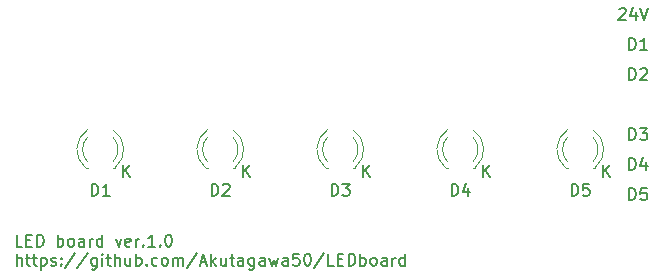
<source format=gbr>
%TF.GenerationSoftware,KiCad,Pcbnew,7.0.9*%
%TF.CreationDate,2024-08-10T11:55:06+09:00*%
%TF.ProjectId,LEDboard,4c454462-6f61-4726-942e-6b696361645f,rev?*%
%TF.SameCoordinates,Original*%
%TF.FileFunction,Legend,Top*%
%TF.FilePolarity,Positive*%
%FSLAX46Y46*%
G04 Gerber Fmt 4.6, Leading zero omitted, Abs format (unit mm)*
G04 Created by KiCad (PCBNEW 7.0.9) date 2024-08-10 11:55:06*
%MOMM*%
%LPD*%
G01*
G04 APERTURE LIST*
%ADD10C,0.150000*%
%ADD11C,0.120000*%
G04 APERTURE END LIST*
D10*
X159976779Y-103869819D02*
X159976779Y-102869819D01*
X160548207Y-103869819D02*
X160119636Y-103298390D01*
X160548207Y-102869819D02*
X159976779Y-103441247D01*
X149816779Y-103869819D02*
X149816779Y-102869819D01*
X150388207Y-103869819D02*
X149959636Y-103298390D01*
X150388207Y-102869819D02*
X149816779Y-103441247D01*
X139656779Y-103869819D02*
X139656779Y-102869819D01*
X140228207Y-103869819D02*
X139799636Y-103298390D01*
X140228207Y-102869819D02*
X139656779Y-103441247D01*
X129496779Y-103869819D02*
X129496779Y-102869819D01*
X130068207Y-103869819D02*
X129639636Y-103298390D01*
X130068207Y-102869819D02*
X129496779Y-103441247D01*
X119336779Y-103869819D02*
X119336779Y-102869819D01*
X119908207Y-103869819D02*
X119479636Y-103298390D01*
X119908207Y-102869819D02*
X119336779Y-103441247D01*
X162187030Y-105804819D02*
X162187030Y-104804819D01*
X162187030Y-104804819D02*
X162425125Y-104804819D01*
X162425125Y-104804819D02*
X162567982Y-104852438D01*
X162567982Y-104852438D02*
X162663220Y-104947676D01*
X162663220Y-104947676D02*
X162710839Y-105042914D01*
X162710839Y-105042914D02*
X162758458Y-105233390D01*
X162758458Y-105233390D02*
X162758458Y-105376247D01*
X162758458Y-105376247D02*
X162710839Y-105566723D01*
X162710839Y-105566723D02*
X162663220Y-105661961D01*
X162663220Y-105661961D02*
X162567982Y-105757200D01*
X162567982Y-105757200D02*
X162425125Y-105804819D01*
X162425125Y-105804819D02*
X162187030Y-105804819D01*
X163663220Y-104804819D02*
X163187030Y-104804819D01*
X163187030Y-104804819D02*
X163139411Y-105281009D01*
X163139411Y-105281009D02*
X163187030Y-105233390D01*
X163187030Y-105233390D02*
X163282268Y-105185771D01*
X163282268Y-105185771D02*
X163520363Y-105185771D01*
X163520363Y-105185771D02*
X163615601Y-105233390D01*
X163615601Y-105233390D02*
X163663220Y-105281009D01*
X163663220Y-105281009D02*
X163710839Y-105376247D01*
X163710839Y-105376247D02*
X163710839Y-105614342D01*
X163710839Y-105614342D02*
X163663220Y-105709580D01*
X163663220Y-105709580D02*
X163615601Y-105757200D01*
X163615601Y-105757200D02*
X163520363Y-105804819D01*
X163520363Y-105804819D02*
X163282268Y-105804819D01*
X163282268Y-105804819D02*
X163187030Y-105757200D01*
X163187030Y-105757200D02*
X163139411Y-105709580D01*
X162187030Y-103264819D02*
X162187030Y-102264819D01*
X162187030Y-102264819D02*
X162425125Y-102264819D01*
X162425125Y-102264819D02*
X162567982Y-102312438D01*
X162567982Y-102312438D02*
X162663220Y-102407676D01*
X162663220Y-102407676D02*
X162710839Y-102502914D01*
X162710839Y-102502914D02*
X162758458Y-102693390D01*
X162758458Y-102693390D02*
X162758458Y-102836247D01*
X162758458Y-102836247D02*
X162710839Y-103026723D01*
X162710839Y-103026723D02*
X162663220Y-103121961D01*
X162663220Y-103121961D02*
X162567982Y-103217200D01*
X162567982Y-103217200D02*
X162425125Y-103264819D01*
X162425125Y-103264819D02*
X162187030Y-103264819D01*
X163615601Y-102598152D02*
X163615601Y-103264819D01*
X163377506Y-102217200D02*
X163139411Y-102931485D01*
X163139411Y-102931485D02*
X163758458Y-102931485D01*
X162187030Y-100724819D02*
X162187030Y-99724819D01*
X162187030Y-99724819D02*
X162425125Y-99724819D01*
X162425125Y-99724819D02*
X162567982Y-99772438D01*
X162567982Y-99772438D02*
X162663220Y-99867676D01*
X162663220Y-99867676D02*
X162710839Y-99962914D01*
X162710839Y-99962914D02*
X162758458Y-100153390D01*
X162758458Y-100153390D02*
X162758458Y-100296247D01*
X162758458Y-100296247D02*
X162710839Y-100486723D01*
X162710839Y-100486723D02*
X162663220Y-100581961D01*
X162663220Y-100581961D02*
X162567982Y-100677200D01*
X162567982Y-100677200D02*
X162425125Y-100724819D01*
X162425125Y-100724819D02*
X162187030Y-100724819D01*
X163091792Y-99724819D02*
X163710839Y-99724819D01*
X163710839Y-99724819D02*
X163377506Y-100105771D01*
X163377506Y-100105771D02*
X163520363Y-100105771D01*
X163520363Y-100105771D02*
X163615601Y-100153390D01*
X163615601Y-100153390D02*
X163663220Y-100201009D01*
X163663220Y-100201009D02*
X163710839Y-100296247D01*
X163710839Y-100296247D02*
X163710839Y-100534342D01*
X163710839Y-100534342D02*
X163663220Y-100629580D01*
X163663220Y-100629580D02*
X163615601Y-100677200D01*
X163615601Y-100677200D02*
X163520363Y-100724819D01*
X163520363Y-100724819D02*
X163234649Y-100724819D01*
X163234649Y-100724819D02*
X163139411Y-100677200D01*
X163139411Y-100677200D02*
X163091792Y-100629580D01*
X162187030Y-95644819D02*
X162187030Y-94644819D01*
X162187030Y-94644819D02*
X162425125Y-94644819D01*
X162425125Y-94644819D02*
X162567982Y-94692438D01*
X162567982Y-94692438D02*
X162663220Y-94787676D01*
X162663220Y-94787676D02*
X162710839Y-94882914D01*
X162710839Y-94882914D02*
X162758458Y-95073390D01*
X162758458Y-95073390D02*
X162758458Y-95216247D01*
X162758458Y-95216247D02*
X162710839Y-95406723D01*
X162710839Y-95406723D02*
X162663220Y-95501961D01*
X162663220Y-95501961D02*
X162567982Y-95597200D01*
X162567982Y-95597200D02*
X162425125Y-95644819D01*
X162425125Y-95644819D02*
X162187030Y-95644819D01*
X163139411Y-94740057D02*
X163187030Y-94692438D01*
X163187030Y-94692438D02*
X163282268Y-94644819D01*
X163282268Y-94644819D02*
X163520363Y-94644819D01*
X163520363Y-94644819D02*
X163615601Y-94692438D01*
X163615601Y-94692438D02*
X163663220Y-94740057D01*
X163663220Y-94740057D02*
X163710839Y-94835295D01*
X163710839Y-94835295D02*
X163710839Y-94930533D01*
X163710839Y-94930533D02*
X163663220Y-95073390D01*
X163663220Y-95073390D02*
X163091792Y-95644819D01*
X163091792Y-95644819D02*
X163710839Y-95644819D01*
X162187030Y-93104819D02*
X162187030Y-92104819D01*
X162187030Y-92104819D02*
X162425125Y-92104819D01*
X162425125Y-92104819D02*
X162567982Y-92152438D01*
X162567982Y-92152438D02*
X162663220Y-92247676D01*
X162663220Y-92247676D02*
X162710839Y-92342914D01*
X162710839Y-92342914D02*
X162758458Y-92533390D01*
X162758458Y-92533390D02*
X162758458Y-92676247D01*
X162758458Y-92676247D02*
X162710839Y-92866723D01*
X162710839Y-92866723D02*
X162663220Y-92961961D01*
X162663220Y-92961961D02*
X162567982Y-93057200D01*
X162567982Y-93057200D02*
X162425125Y-93104819D01*
X162425125Y-93104819D02*
X162187030Y-93104819D01*
X163710839Y-93104819D02*
X163139411Y-93104819D01*
X163425125Y-93104819D02*
X163425125Y-92104819D01*
X163425125Y-92104819D02*
X163329887Y-92247676D01*
X163329887Y-92247676D02*
X163234649Y-92342914D01*
X163234649Y-92342914D02*
X163139411Y-92390533D01*
X161329887Y-89660057D02*
X161377506Y-89612438D01*
X161377506Y-89612438D02*
X161472744Y-89564819D01*
X161472744Y-89564819D02*
X161710839Y-89564819D01*
X161710839Y-89564819D02*
X161806077Y-89612438D01*
X161806077Y-89612438D02*
X161853696Y-89660057D01*
X161853696Y-89660057D02*
X161901315Y-89755295D01*
X161901315Y-89755295D02*
X161901315Y-89850533D01*
X161901315Y-89850533D02*
X161853696Y-89993390D01*
X161853696Y-89993390D02*
X161282268Y-90564819D01*
X161282268Y-90564819D02*
X161901315Y-90564819D01*
X162758458Y-89898152D02*
X162758458Y-90564819D01*
X162520363Y-89517200D02*
X162282268Y-90231485D01*
X162282268Y-90231485D02*
X162901315Y-90231485D01*
X163139411Y-89564819D02*
X163472744Y-90564819D01*
X163472744Y-90564819D02*
X163806077Y-89564819D01*
X110812969Y-109759819D02*
X110336779Y-109759819D01*
X110336779Y-109759819D02*
X110336779Y-108759819D01*
X111146303Y-109236009D02*
X111479636Y-109236009D01*
X111622493Y-109759819D02*
X111146303Y-109759819D01*
X111146303Y-109759819D02*
X111146303Y-108759819D01*
X111146303Y-108759819D02*
X111622493Y-108759819D01*
X112051065Y-109759819D02*
X112051065Y-108759819D01*
X112051065Y-108759819D02*
X112289160Y-108759819D01*
X112289160Y-108759819D02*
X112432017Y-108807438D01*
X112432017Y-108807438D02*
X112527255Y-108902676D01*
X112527255Y-108902676D02*
X112574874Y-108997914D01*
X112574874Y-108997914D02*
X112622493Y-109188390D01*
X112622493Y-109188390D02*
X112622493Y-109331247D01*
X112622493Y-109331247D02*
X112574874Y-109521723D01*
X112574874Y-109521723D02*
X112527255Y-109616961D01*
X112527255Y-109616961D02*
X112432017Y-109712200D01*
X112432017Y-109712200D02*
X112289160Y-109759819D01*
X112289160Y-109759819D02*
X112051065Y-109759819D01*
X113812970Y-109759819D02*
X113812970Y-108759819D01*
X113812970Y-109140771D02*
X113908208Y-109093152D01*
X113908208Y-109093152D02*
X114098684Y-109093152D01*
X114098684Y-109093152D02*
X114193922Y-109140771D01*
X114193922Y-109140771D02*
X114241541Y-109188390D01*
X114241541Y-109188390D02*
X114289160Y-109283628D01*
X114289160Y-109283628D02*
X114289160Y-109569342D01*
X114289160Y-109569342D02*
X114241541Y-109664580D01*
X114241541Y-109664580D02*
X114193922Y-109712200D01*
X114193922Y-109712200D02*
X114098684Y-109759819D01*
X114098684Y-109759819D02*
X113908208Y-109759819D01*
X113908208Y-109759819D02*
X113812970Y-109712200D01*
X114860589Y-109759819D02*
X114765351Y-109712200D01*
X114765351Y-109712200D02*
X114717732Y-109664580D01*
X114717732Y-109664580D02*
X114670113Y-109569342D01*
X114670113Y-109569342D02*
X114670113Y-109283628D01*
X114670113Y-109283628D02*
X114717732Y-109188390D01*
X114717732Y-109188390D02*
X114765351Y-109140771D01*
X114765351Y-109140771D02*
X114860589Y-109093152D01*
X114860589Y-109093152D02*
X115003446Y-109093152D01*
X115003446Y-109093152D02*
X115098684Y-109140771D01*
X115098684Y-109140771D02*
X115146303Y-109188390D01*
X115146303Y-109188390D02*
X115193922Y-109283628D01*
X115193922Y-109283628D02*
X115193922Y-109569342D01*
X115193922Y-109569342D02*
X115146303Y-109664580D01*
X115146303Y-109664580D02*
X115098684Y-109712200D01*
X115098684Y-109712200D02*
X115003446Y-109759819D01*
X115003446Y-109759819D02*
X114860589Y-109759819D01*
X116051065Y-109759819D02*
X116051065Y-109236009D01*
X116051065Y-109236009D02*
X116003446Y-109140771D01*
X116003446Y-109140771D02*
X115908208Y-109093152D01*
X115908208Y-109093152D02*
X115717732Y-109093152D01*
X115717732Y-109093152D02*
X115622494Y-109140771D01*
X116051065Y-109712200D02*
X115955827Y-109759819D01*
X115955827Y-109759819D02*
X115717732Y-109759819D01*
X115717732Y-109759819D02*
X115622494Y-109712200D01*
X115622494Y-109712200D02*
X115574875Y-109616961D01*
X115574875Y-109616961D02*
X115574875Y-109521723D01*
X115574875Y-109521723D02*
X115622494Y-109426485D01*
X115622494Y-109426485D02*
X115717732Y-109378866D01*
X115717732Y-109378866D02*
X115955827Y-109378866D01*
X115955827Y-109378866D02*
X116051065Y-109331247D01*
X116527256Y-109759819D02*
X116527256Y-109093152D01*
X116527256Y-109283628D02*
X116574875Y-109188390D01*
X116574875Y-109188390D02*
X116622494Y-109140771D01*
X116622494Y-109140771D02*
X116717732Y-109093152D01*
X116717732Y-109093152D02*
X116812970Y-109093152D01*
X117574875Y-109759819D02*
X117574875Y-108759819D01*
X117574875Y-109712200D02*
X117479637Y-109759819D01*
X117479637Y-109759819D02*
X117289161Y-109759819D01*
X117289161Y-109759819D02*
X117193923Y-109712200D01*
X117193923Y-109712200D02*
X117146304Y-109664580D01*
X117146304Y-109664580D02*
X117098685Y-109569342D01*
X117098685Y-109569342D02*
X117098685Y-109283628D01*
X117098685Y-109283628D02*
X117146304Y-109188390D01*
X117146304Y-109188390D02*
X117193923Y-109140771D01*
X117193923Y-109140771D02*
X117289161Y-109093152D01*
X117289161Y-109093152D02*
X117479637Y-109093152D01*
X117479637Y-109093152D02*
X117574875Y-109140771D01*
X118717733Y-109093152D02*
X118955828Y-109759819D01*
X118955828Y-109759819D02*
X119193923Y-109093152D01*
X119955828Y-109712200D02*
X119860590Y-109759819D01*
X119860590Y-109759819D02*
X119670114Y-109759819D01*
X119670114Y-109759819D02*
X119574876Y-109712200D01*
X119574876Y-109712200D02*
X119527257Y-109616961D01*
X119527257Y-109616961D02*
X119527257Y-109236009D01*
X119527257Y-109236009D02*
X119574876Y-109140771D01*
X119574876Y-109140771D02*
X119670114Y-109093152D01*
X119670114Y-109093152D02*
X119860590Y-109093152D01*
X119860590Y-109093152D02*
X119955828Y-109140771D01*
X119955828Y-109140771D02*
X120003447Y-109236009D01*
X120003447Y-109236009D02*
X120003447Y-109331247D01*
X120003447Y-109331247D02*
X119527257Y-109426485D01*
X120432019Y-109759819D02*
X120432019Y-109093152D01*
X120432019Y-109283628D02*
X120479638Y-109188390D01*
X120479638Y-109188390D02*
X120527257Y-109140771D01*
X120527257Y-109140771D02*
X120622495Y-109093152D01*
X120622495Y-109093152D02*
X120717733Y-109093152D01*
X121051067Y-109664580D02*
X121098686Y-109712200D01*
X121098686Y-109712200D02*
X121051067Y-109759819D01*
X121051067Y-109759819D02*
X121003448Y-109712200D01*
X121003448Y-109712200D02*
X121051067Y-109664580D01*
X121051067Y-109664580D02*
X121051067Y-109759819D01*
X122051066Y-109759819D02*
X121479638Y-109759819D01*
X121765352Y-109759819D02*
X121765352Y-108759819D01*
X121765352Y-108759819D02*
X121670114Y-108902676D01*
X121670114Y-108902676D02*
X121574876Y-108997914D01*
X121574876Y-108997914D02*
X121479638Y-109045533D01*
X122479638Y-109664580D02*
X122527257Y-109712200D01*
X122527257Y-109712200D02*
X122479638Y-109759819D01*
X122479638Y-109759819D02*
X122432019Y-109712200D01*
X122432019Y-109712200D02*
X122479638Y-109664580D01*
X122479638Y-109664580D02*
X122479638Y-109759819D01*
X123146304Y-108759819D02*
X123241542Y-108759819D01*
X123241542Y-108759819D02*
X123336780Y-108807438D01*
X123336780Y-108807438D02*
X123384399Y-108855057D01*
X123384399Y-108855057D02*
X123432018Y-108950295D01*
X123432018Y-108950295D02*
X123479637Y-109140771D01*
X123479637Y-109140771D02*
X123479637Y-109378866D01*
X123479637Y-109378866D02*
X123432018Y-109569342D01*
X123432018Y-109569342D02*
X123384399Y-109664580D01*
X123384399Y-109664580D02*
X123336780Y-109712200D01*
X123336780Y-109712200D02*
X123241542Y-109759819D01*
X123241542Y-109759819D02*
X123146304Y-109759819D01*
X123146304Y-109759819D02*
X123051066Y-109712200D01*
X123051066Y-109712200D02*
X123003447Y-109664580D01*
X123003447Y-109664580D02*
X122955828Y-109569342D01*
X122955828Y-109569342D02*
X122908209Y-109378866D01*
X122908209Y-109378866D02*
X122908209Y-109140771D01*
X122908209Y-109140771D02*
X122955828Y-108950295D01*
X122955828Y-108950295D02*
X123003447Y-108855057D01*
X123003447Y-108855057D02*
X123051066Y-108807438D01*
X123051066Y-108807438D02*
X123146304Y-108759819D01*
X110336779Y-111369819D02*
X110336779Y-110369819D01*
X110765350Y-111369819D02*
X110765350Y-110846009D01*
X110765350Y-110846009D02*
X110717731Y-110750771D01*
X110717731Y-110750771D02*
X110622493Y-110703152D01*
X110622493Y-110703152D02*
X110479636Y-110703152D01*
X110479636Y-110703152D02*
X110384398Y-110750771D01*
X110384398Y-110750771D02*
X110336779Y-110798390D01*
X111098684Y-110703152D02*
X111479636Y-110703152D01*
X111241541Y-110369819D02*
X111241541Y-111226961D01*
X111241541Y-111226961D02*
X111289160Y-111322200D01*
X111289160Y-111322200D02*
X111384398Y-111369819D01*
X111384398Y-111369819D02*
X111479636Y-111369819D01*
X111670113Y-110703152D02*
X112051065Y-110703152D01*
X111812970Y-110369819D02*
X111812970Y-111226961D01*
X111812970Y-111226961D02*
X111860589Y-111322200D01*
X111860589Y-111322200D02*
X111955827Y-111369819D01*
X111955827Y-111369819D02*
X112051065Y-111369819D01*
X112384399Y-110703152D02*
X112384399Y-111703152D01*
X112384399Y-110750771D02*
X112479637Y-110703152D01*
X112479637Y-110703152D02*
X112670113Y-110703152D01*
X112670113Y-110703152D02*
X112765351Y-110750771D01*
X112765351Y-110750771D02*
X112812970Y-110798390D01*
X112812970Y-110798390D02*
X112860589Y-110893628D01*
X112860589Y-110893628D02*
X112860589Y-111179342D01*
X112860589Y-111179342D02*
X112812970Y-111274580D01*
X112812970Y-111274580D02*
X112765351Y-111322200D01*
X112765351Y-111322200D02*
X112670113Y-111369819D01*
X112670113Y-111369819D02*
X112479637Y-111369819D01*
X112479637Y-111369819D02*
X112384399Y-111322200D01*
X113241542Y-111322200D02*
X113336780Y-111369819D01*
X113336780Y-111369819D02*
X113527256Y-111369819D01*
X113527256Y-111369819D02*
X113622494Y-111322200D01*
X113622494Y-111322200D02*
X113670113Y-111226961D01*
X113670113Y-111226961D02*
X113670113Y-111179342D01*
X113670113Y-111179342D02*
X113622494Y-111084104D01*
X113622494Y-111084104D02*
X113527256Y-111036485D01*
X113527256Y-111036485D02*
X113384399Y-111036485D01*
X113384399Y-111036485D02*
X113289161Y-110988866D01*
X113289161Y-110988866D02*
X113241542Y-110893628D01*
X113241542Y-110893628D02*
X113241542Y-110846009D01*
X113241542Y-110846009D02*
X113289161Y-110750771D01*
X113289161Y-110750771D02*
X113384399Y-110703152D01*
X113384399Y-110703152D02*
X113527256Y-110703152D01*
X113527256Y-110703152D02*
X113622494Y-110750771D01*
X114098685Y-111274580D02*
X114146304Y-111322200D01*
X114146304Y-111322200D02*
X114098685Y-111369819D01*
X114098685Y-111369819D02*
X114051066Y-111322200D01*
X114051066Y-111322200D02*
X114098685Y-111274580D01*
X114098685Y-111274580D02*
X114098685Y-111369819D01*
X114098685Y-110750771D02*
X114146304Y-110798390D01*
X114146304Y-110798390D02*
X114098685Y-110846009D01*
X114098685Y-110846009D02*
X114051066Y-110798390D01*
X114051066Y-110798390D02*
X114098685Y-110750771D01*
X114098685Y-110750771D02*
X114098685Y-110846009D01*
X115289160Y-110322200D02*
X114432018Y-111607914D01*
X116336779Y-110322200D02*
X115479637Y-111607914D01*
X117098684Y-110703152D02*
X117098684Y-111512676D01*
X117098684Y-111512676D02*
X117051065Y-111607914D01*
X117051065Y-111607914D02*
X117003446Y-111655533D01*
X117003446Y-111655533D02*
X116908208Y-111703152D01*
X116908208Y-111703152D02*
X116765351Y-111703152D01*
X116765351Y-111703152D02*
X116670113Y-111655533D01*
X117098684Y-111322200D02*
X117003446Y-111369819D01*
X117003446Y-111369819D02*
X116812970Y-111369819D01*
X116812970Y-111369819D02*
X116717732Y-111322200D01*
X116717732Y-111322200D02*
X116670113Y-111274580D01*
X116670113Y-111274580D02*
X116622494Y-111179342D01*
X116622494Y-111179342D02*
X116622494Y-110893628D01*
X116622494Y-110893628D02*
X116670113Y-110798390D01*
X116670113Y-110798390D02*
X116717732Y-110750771D01*
X116717732Y-110750771D02*
X116812970Y-110703152D01*
X116812970Y-110703152D02*
X117003446Y-110703152D01*
X117003446Y-110703152D02*
X117098684Y-110750771D01*
X117574875Y-111369819D02*
X117574875Y-110703152D01*
X117574875Y-110369819D02*
X117527256Y-110417438D01*
X117527256Y-110417438D02*
X117574875Y-110465057D01*
X117574875Y-110465057D02*
X117622494Y-110417438D01*
X117622494Y-110417438D02*
X117574875Y-110369819D01*
X117574875Y-110369819D02*
X117574875Y-110465057D01*
X117908208Y-110703152D02*
X118289160Y-110703152D01*
X118051065Y-110369819D02*
X118051065Y-111226961D01*
X118051065Y-111226961D02*
X118098684Y-111322200D01*
X118098684Y-111322200D02*
X118193922Y-111369819D01*
X118193922Y-111369819D02*
X118289160Y-111369819D01*
X118622494Y-111369819D02*
X118622494Y-110369819D01*
X119051065Y-111369819D02*
X119051065Y-110846009D01*
X119051065Y-110846009D02*
X119003446Y-110750771D01*
X119003446Y-110750771D02*
X118908208Y-110703152D01*
X118908208Y-110703152D02*
X118765351Y-110703152D01*
X118765351Y-110703152D02*
X118670113Y-110750771D01*
X118670113Y-110750771D02*
X118622494Y-110798390D01*
X119955827Y-110703152D02*
X119955827Y-111369819D01*
X119527256Y-110703152D02*
X119527256Y-111226961D01*
X119527256Y-111226961D02*
X119574875Y-111322200D01*
X119574875Y-111322200D02*
X119670113Y-111369819D01*
X119670113Y-111369819D02*
X119812970Y-111369819D01*
X119812970Y-111369819D02*
X119908208Y-111322200D01*
X119908208Y-111322200D02*
X119955827Y-111274580D01*
X120432018Y-111369819D02*
X120432018Y-110369819D01*
X120432018Y-110750771D02*
X120527256Y-110703152D01*
X120527256Y-110703152D02*
X120717732Y-110703152D01*
X120717732Y-110703152D02*
X120812970Y-110750771D01*
X120812970Y-110750771D02*
X120860589Y-110798390D01*
X120860589Y-110798390D02*
X120908208Y-110893628D01*
X120908208Y-110893628D02*
X120908208Y-111179342D01*
X120908208Y-111179342D02*
X120860589Y-111274580D01*
X120860589Y-111274580D02*
X120812970Y-111322200D01*
X120812970Y-111322200D02*
X120717732Y-111369819D01*
X120717732Y-111369819D02*
X120527256Y-111369819D01*
X120527256Y-111369819D02*
X120432018Y-111322200D01*
X121336780Y-111274580D02*
X121384399Y-111322200D01*
X121384399Y-111322200D02*
X121336780Y-111369819D01*
X121336780Y-111369819D02*
X121289161Y-111322200D01*
X121289161Y-111322200D02*
X121336780Y-111274580D01*
X121336780Y-111274580D02*
X121336780Y-111369819D01*
X122241541Y-111322200D02*
X122146303Y-111369819D01*
X122146303Y-111369819D02*
X121955827Y-111369819D01*
X121955827Y-111369819D02*
X121860589Y-111322200D01*
X121860589Y-111322200D02*
X121812970Y-111274580D01*
X121812970Y-111274580D02*
X121765351Y-111179342D01*
X121765351Y-111179342D02*
X121765351Y-110893628D01*
X121765351Y-110893628D02*
X121812970Y-110798390D01*
X121812970Y-110798390D02*
X121860589Y-110750771D01*
X121860589Y-110750771D02*
X121955827Y-110703152D01*
X121955827Y-110703152D02*
X122146303Y-110703152D01*
X122146303Y-110703152D02*
X122241541Y-110750771D01*
X122812970Y-111369819D02*
X122717732Y-111322200D01*
X122717732Y-111322200D02*
X122670113Y-111274580D01*
X122670113Y-111274580D02*
X122622494Y-111179342D01*
X122622494Y-111179342D02*
X122622494Y-110893628D01*
X122622494Y-110893628D02*
X122670113Y-110798390D01*
X122670113Y-110798390D02*
X122717732Y-110750771D01*
X122717732Y-110750771D02*
X122812970Y-110703152D01*
X122812970Y-110703152D02*
X122955827Y-110703152D01*
X122955827Y-110703152D02*
X123051065Y-110750771D01*
X123051065Y-110750771D02*
X123098684Y-110798390D01*
X123098684Y-110798390D02*
X123146303Y-110893628D01*
X123146303Y-110893628D02*
X123146303Y-111179342D01*
X123146303Y-111179342D02*
X123098684Y-111274580D01*
X123098684Y-111274580D02*
X123051065Y-111322200D01*
X123051065Y-111322200D02*
X122955827Y-111369819D01*
X122955827Y-111369819D02*
X122812970Y-111369819D01*
X123574875Y-111369819D02*
X123574875Y-110703152D01*
X123574875Y-110798390D02*
X123622494Y-110750771D01*
X123622494Y-110750771D02*
X123717732Y-110703152D01*
X123717732Y-110703152D02*
X123860589Y-110703152D01*
X123860589Y-110703152D02*
X123955827Y-110750771D01*
X123955827Y-110750771D02*
X124003446Y-110846009D01*
X124003446Y-110846009D02*
X124003446Y-111369819D01*
X124003446Y-110846009D02*
X124051065Y-110750771D01*
X124051065Y-110750771D02*
X124146303Y-110703152D01*
X124146303Y-110703152D02*
X124289160Y-110703152D01*
X124289160Y-110703152D02*
X124384399Y-110750771D01*
X124384399Y-110750771D02*
X124432018Y-110846009D01*
X124432018Y-110846009D02*
X124432018Y-111369819D01*
X125622493Y-110322200D02*
X124765351Y-111607914D01*
X125908208Y-111084104D02*
X126384398Y-111084104D01*
X125812970Y-111369819D02*
X126146303Y-110369819D01*
X126146303Y-110369819D02*
X126479636Y-111369819D01*
X126812970Y-111369819D02*
X126812970Y-110369819D01*
X126908208Y-110988866D02*
X127193922Y-111369819D01*
X127193922Y-110703152D02*
X126812970Y-111084104D01*
X128051065Y-110703152D02*
X128051065Y-111369819D01*
X127622494Y-110703152D02*
X127622494Y-111226961D01*
X127622494Y-111226961D02*
X127670113Y-111322200D01*
X127670113Y-111322200D02*
X127765351Y-111369819D01*
X127765351Y-111369819D02*
X127908208Y-111369819D01*
X127908208Y-111369819D02*
X128003446Y-111322200D01*
X128003446Y-111322200D02*
X128051065Y-111274580D01*
X128384399Y-110703152D02*
X128765351Y-110703152D01*
X128527256Y-110369819D02*
X128527256Y-111226961D01*
X128527256Y-111226961D02*
X128574875Y-111322200D01*
X128574875Y-111322200D02*
X128670113Y-111369819D01*
X128670113Y-111369819D02*
X128765351Y-111369819D01*
X129527256Y-111369819D02*
X129527256Y-110846009D01*
X129527256Y-110846009D02*
X129479637Y-110750771D01*
X129479637Y-110750771D02*
X129384399Y-110703152D01*
X129384399Y-110703152D02*
X129193923Y-110703152D01*
X129193923Y-110703152D02*
X129098685Y-110750771D01*
X129527256Y-111322200D02*
X129432018Y-111369819D01*
X129432018Y-111369819D02*
X129193923Y-111369819D01*
X129193923Y-111369819D02*
X129098685Y-111322200D01*
X129098685Y-111322200D02*
X129051066Y-111226961D01*
X129051066Y-111226961D02*
X129051066Y-111131723D01*
X129051066Y-111131723D02*
X129098685Y-111036485D01*
X129098685Y-111036485D02*
X129193923Y-110988866D01*
X129193923Y-110988866D02*
X129432018Y-110988866D01*
X129432018Y-110988866D02*
X129527256Y-110941247D01*
X130432018Y-110703152D02*
X130432018Y-111512676D01*
X130432018Y-111512676D02*
X130384399Y-111607914D01*
X130384399Y-111607914D02*
X130336780Y-111655533D01*
X130336780Y-111655533D02*
X130241542Y-111703152D01*
X130241542Y-111703152D02*
X130098685Y-111703152D01*
X130098685Y-111703152D02*
X130003447Y-111655533D01*
X130432018Y-111322200D02*
X130336780Y-111369819D01*
X130336780Y-111369819D02*
X130146304Y-111369819D01*
X130146304Y-111369819D02*
X130051066Y-111322200D01*
X130051066Y-111322200D02*
X130003447Y-111274580D01*
X130003447Y-111274580D02*
X129955828Y-111179342D01*
X129955828Y-111179342D02*
X129955828Y-110893628D01*
X129955828Y-110893628D02*
X130003447Y-110798390D01*
X130003447Y-110798390D02*
X130051066Y-110750771D01*
X130051066Y-110750771D02*
X130146304Y-110703152D01*
X130146304Y-110703152D02*
X130336780Y-110703152D01*
X130336780Y-110703152D02*
X130432018Y-110750771D01*
X131336780Y-111369819D02*
X131336780Y-110846009D01*
X131336780Y-110846009D02*
X131289161Y-110750771D01*
X131289161Y-110750771D02*
X131193923Y-110703152D01*
X131193923Y-110703152D02*
X131003447Y-110703152D01*
X131003447Y-110703152D02*
X130908209Y-110750771D01*
X131336780Y-111322200D02*
X131241542Y-111369819D01*
X131241542Y-111369819D02*
X131003447Y-111369819D01*
X131003447Y-111369819D02*
X130908209Y-111322200D01*
X130908209Y-111322200D02*
X130860590Y-111226961D01*
X130860590Y-111226961D02*
X130860590Y-111131723D01*
X130860590Y-111131723D02*
X130908209Y-111036485D01*
X130908209Y-111036485D02*
X131003447Y-110988866D01*
X131003447Y-110988866D02*
X131241542Y-110988866D01*
X131241542Y-110988866D02*
X131336780Y-110941247D01*
X131717733Y-110703152D02*
X131908209Y-111369819D01*
X131908209Y-111369819D02*
X132098685Y-110893628D01*
X132098685Y-110893628D02*
X132289161Y-111369819D01*
X132289161Y-111369819D02*
X132479637Y-110703152D01*
X133289161Y-111369819D02*
X133289161Y-110846009D01*
X133289161Y-110846009D02*
X133241542Y-110750771D01*
X133241542Y-110750771D02*
X133146304Y-110703152D01*
X133146304Y-110703152D02*
X132955828Y-110703152D01*
X132955828Y-110703152D02*
X132860590Y-110750771D01*
X133289161Y-111322200D02*
X133193923Y-111369819D01*
X133193923Y-111369819D02*
X132955828Y-111369819D01*
X132955828Y-111369819D02*
X132860590Y-111322200D01*
X132860590Y-111322200D02*
X132812971Y-111226961D01*
X132812971Y-111226961D02*
X132812971Y-111131723D01*
X132812971Y-111131723D02*
X132860590Y-111036485D01*
X132860590Y-111036485D02*
X132955828Y-110988866D01*
X132955828Y-110988866D02*
X133193923Y-110988866D01*
X133193923Y-110988866D02*
X133289161Y-110941247D01*
X134241542Y-110369819D02*
X133765352Y-110369819D01*
X133765352Y-110369819D02*
X133717733Y-110846009D01*
X133717733Y-110846009D02*
X133765352Y-110798390D01*
X133765352Y-110798390D02*
X133860590Y-110750771D01*
X133860590Y-110750771D02*
X134098685Y-110750771D01*
X134098685Y-110750771D02*
X134193923Y-110798390D01*
X134193923Y-110798390D02*
X134241542Y-110846009D01*
X134241542Y-110846009D02*
X134289161Y-110941247D01*
X134289161Y-110941247D02*
X134289161Y-111179342D01*
X134289161Y-111179342D02*
X134241542Y-111274580D01*
X134241542Y-111274580D02*
X134193923Y-111322200D01*
X134193923Y-111322200D02*
X134098685Y-111369819D01*
X134098685Y-111369819D02*
X133860590Y-111369819D01*
X133860590Y-111369819D02*
X133765352Y-111322200D01*
X133765352Y-111322200D02*
X133717733Y-111274580D01*
X134908209Y-110369819D02*
X135003447Y-110369819D01*
X135003447Y-110369819D02*
X135098685Y-110417438D01*
X135098685Y-110417438D02*
X135146304Y-110465057D01*
X135146304Y-110465057D02*
X135193923Y-110560295D01*
X135193923Y-110560295D02*
X135241542Y-110750771D01*
X135241542Y-110750771D02*
X135241542Y-110988866D01*
X135241542Y-110988866D02*
X135193923Y-111179342D01*
X135193923Y-111179342D02*
X135146304Y-111274580D01*
X135146304Y-111274580D02*
X135098685Y-111322200D01*
X135098685Y-111322200D02*
X135003447Y-111369819D01*
X135003447Y-111369819D02*
X134908209Y-111369819D01*
X134908209Y-111369819D02*
X134812971Y-111322200D01*
X134812971Y-111322200D02*
X134765352Y-111274580D01*
X134765352Y-111274580D02*
X134717733Y-111179342D01*
X134717733Y-111179342D02*
X134670114Y-110988866D01*
X134670114Y-110988866D02*
X134670114Y-110750771D01*
X134670114Y-110750771D02*
X134717733Y-110560295D01*
X134717733Y-110560295D02*
X134765352Y-110465057D01*
X134765352Y-110465057D02*
X134812971Y-110417438D01*
X134812971Y-110417438D02*
X134908209Y-110369819D01*
X136384399Y-110322200D02*
X135527257Y-111607914D01*
X137193923Y-111369819D02*
X136717733Y-111369819D01*
X136717733Y-111369819D02*
X136717733Y-110369819D01*
X137527257Y-110846009D02*
X137860590Y-110846009D01*
X138003447Y-111369819D02*
X137527257Y-111369819D01*
X137527257Y-111369819D02*
X137527257Y-110369819D01*
X137527257Y-110369819D02*
X138003447Y-110369819D01*
X138432019Y-111369819D02*
X138432019Y-110369819D01*
X138432019Y-110369819D02*
X138670114Y-110369819D01*
X138670114Y-110369819D02*
X138812971Y-110417438D01*
X138812971Y-110417438D02*
X138908209Y-110512676D01*
X138908209Y-110512676D02*
X138955828Y-110607914D01*
X138955828Y-110607914D02*
X139003447Y-110798390D01*
X139003447Y-110798390D02*
X139003447Y-110941247D01*
X139003447Y-110941247D02*
X138955828Y-111131723D01*
X138955828Y-111131723D02*
X138908209Y-111226961D01*
X138908209Y-111226961D02*
X138812971Y-111322200D01*
X138812971Y-111322200D02*
X138670114Y-111369819D01*
X138670114Y-111369819D02*
X138432019Y-111369819D01*
X139432019Y-111369819D02*
X139432019Y-110369819D01*
X139432019Y-110750771D02*
X139527257Y-110703152D01*
X139527257Y-110703152D02*
X139717733Y-110703152D01*
X139717733Y-110703152D02*
X139812971Y-110750771D01*
X139812971Y-110750771D02*
X139860590Y-110798390D01*
X139860590Y-110798390D02*
X139908209Y-110893628D01*
X139908209Y-110893628D02*
X139908209Y-111179342D01*
X139908209Y-111179342D02*
X139860590Y-111274580D01*
X139860590Y-111274580D02*
X139812971Y-111322200D01*
X139812971Y-111322200D02*
X139717733Y-111369819D01*
X139717733Y-111369819D02*
X139527257Y-111369819D01*
X139527257Y-111369819D02*
X139432019Y-111322200D01*
X140479638Y-111369819D02*
X140384400Y-111322200D01*
X140384400Y-111322200D02*
X140336781Y-111274580D01*
X140336781Y-111274580D02*
X140289162Y-111179342D01*
X140289162Y-111179342D02*
X140289162Y-110893628D01*
X140289162Y-110893628D02*
X140336781Y-110798390D01*
X140336781Y-110798390D02*
X140384400Y-110750771D01*
X140384400Y-110750771D02*
X140479638Y-110703152D01*
X140479638Y-110703152D02*
X140622495Y-110703152D01*
X140622495Y-110703152D02*
X140717733Y-110750771D01*
X140717733Y-110750771D02*
X140765352Y-110798390D01*
X140765352Y-110798390D02*
X140812971Y-110893628D01*
X140812971Y-110893628D02*
X140812971Y-111179342D01*
X140812971Y-111179342D02*
X140765352Y-111274580D01*
X140765352Y-111274580D02*
X140717733Y-111322200D01*
X140717733Y-111322200D02*
X140622495Y-111369819D01*
X140622495Y-111369819D02*
X140479638Y-111369819D01*
X141670114Y-111369819D02*
X141670114Y-110846009D01*
X141670114Y-110846009D02*
X141622495Y-110750771D01*
X141622495Y-110750771D02*
X141527257Y-110703152D01*
X141527257Y-110703152D02*
X141336781Y-110703152D01*
X141336781Y-110703152D02*
X141241543Y-110750771D01*
X141670114Y-111322200D02*
X141574876Y-111369819D01*
X141574876Y-111369819D02*
X141336781Y-111369819D01*
X141336781Y-111369819D02*
X141241543Y-111322200D01*
X141241543Y-111322200D02*
X141193924Y-111226961D01*
X141193924Y-111226961D02*
X141193924Y-111131723D01*
X141193924Y-111131723D02*
X141241543Y-111036485D01*
X141241543Y-111036485D02*
X141336781Y-110988866D01*
X141336781Y-110988866D02*
X141574876Y-110988866D01*
X141574876Y-110988866D02*
X141670114Y-110941247D01*
X142146305Y-111369819D02*
X142146305Y-110703152D01*
X142146305Y-110893628D02*
X142193924Y-110798390D01*
X142193924Y-110798390D02*
X142241543Y-110750771D01*
X142241543Y-110750771D02*
X142336781Y-110703152D01*
X142336781Y-110703152D02*
X142432019Y-110703152D01*
X143193924Y-111369819D02*
X143193924Y-110369819D01*
X143193924Y-111322200D02*
X143098686Y-111369819D01*
X143098686Y-111369819D02*
X142908210Y-111369819D01*
X142908210Y-111369819D02*
X142812972Y-111322200D01*
X142812972Y-111322200D02*
X142765353Y-111274580D01*
X142765353Y-111274580D02*
X142717734Y-111179342D01*
X142717734Y-111179342D02*
X142717734Y-110893628D01*
X142717734Y-110893628D02*
X142765353Y-110798390D01*
X142765353Y-110798390D02*
X142812972Y-110750771D01*
X142812972Y-110750771D02*
X142908210Y-110703152D01*
X142908210Y-110703152D02*
X143098686Y-110703152D01*
X143098686Y-110703152D02*
X143193924Y-110750771D01*
X157311905Y-105454819D02*
X157311905Y-104454819D01*
X157311905Y-104454819D02*
X157550000Y-104454819D01*
X157550000Y-104454819D02*
X157692857Y-104502438D01*
X157692857Y-104502438D02*
X157788095Y-104597676D01*
X157788095Y-104597676D02*
X157835714Y-104692914D01*
X157835714Y-104692914D02*
X157883333Y-104883390D01*
X157883333Y-104883390D02*
X157883333Y-105026247D01*
X157883333Y-105026247D02*
X157835714Y-105216723D01*
X157835714Y-105216723D02*
X157788095Y-105311961D01*
X157788095Y-105311961D02*
X157692857Y-105407200D01*
X157692857Y-105407200D02*
X157550000Y-105454819D01*
X157550000Y-105454819D02*
X157311905Y-105454819D01*
X158788095Y-104454819D02*
X158311905Y-104454819D01*
X158311905Y-104454819D02*
X158264286Y-104931009D01*
X158264286Y-104931009D02*
X158311905Y-104883390D01*
X158311905Y-104883390D02*
X158407143Y-104835771D01*
X158407143Y-104835771D02*
X158645238Y-104835771D01*
X158645238Y-104835771D02*
X158740476Y-104883390D01*
X158740476Y-104883390D02*
X158788095Y-104931009D01*
X158788095Y-104931009D02*
X158835714Y-105026247D01*
X158835714Y-105026247D02*
X158835714Y-105264342D01*
X158835714Y-105264342D02*
X158788095Y-105359580D01*
X158788095Y-105359580D02*
X158740476Y-105407200D01*
X158740476Y-105407200D02*
X158645238Y-105454819D01*
X158645238Y-105454819D02*
X158407143Y-105454819D01*
X158407143Y-105454819D02*
X158311905Y-105407200D01*
X158311905Y-105407200D02*
X158264286Y-105359580D01*
X147151905Y-105454819D02*
X147151905Y-104454819D01*
X147151905Y-104454819D02*
X147390000Y-104454819D01*
X147390000Y-104454819D02*
X147532857Y-104502438D01*
X147532857Y-104502438D02*
X147628095Y-104597676D01*
X147628095Y-104597676D02*
X147675714Y-104692914D01*
X147675714Y-104692914D02*
X147723333Y-104883390D01*
X147723333Y-104883390D02*
X147723333Y-105026247D01*
X147723333Y-105026247D02*
X147675714Y-105216723D01*
X147675714Y-105216723D02*
X147628095Y-105311961D01*
X147628095Y-105311961D02*
X147532857Y-105407200D01*
X147532857Y-105407200D02*
X147390000Y-105454819D01*
X147390000Y-105454819D02*
X147151905Y-105454819D01*
X148580476Y-104788152D02*
X148580476Y-105454819D01*
X148342381Y-104407200D02*
X148104286Y-105121485D01*
X148104286Y-105121485D02*
X148723333Y-105121485D01*
X136991905Y-105454819D02*
X136991905Y-104454819D01*
X136991905Y-104454819D02*
X137230000Y-104454819D01*
X137230000Y-104454819D02*
X137372857Y-104502438D01*
X137372857Y-104502438D02*
X137468095Y-104597676D01*
X137468095Y-104597676D02*
X137515714Y-104692914D01*
X137515714Y-104692914D02*
X137563333Y-104883390D01*
X137563333Y-104883390D02*
X137563333Y-105026247D01*
X137563333Y-105026247D02*
X137515714Y-105216723D01*
X137515714Y-105216723D02*
X137468095Y-105311961D01*
X137468095Y-105311961D02*
X137372857Y-105407200D01*
X137372857Y-105407200D02*
X137230000Y-105454819D01*
X137230000Y-105454819D02*
X136991905Y-105454819D01*
X137896667Y-104454819D02*
X138515714Y-104454819D01*
X138515714Y-104454819D02*
X138182381Y-104835771D01*
X138182381Y-104835771D02*
X138325238Y-104835771D01*
X138325238Y-104835771D02*
X138420476Y-104883390D01*
X138420476Y-104883390D02*
X138468095Y-104931009D01*
X138468095Y-104931009D02*
X138515714Y-105026247D01*
X138515714Y-105026247D02*
X138515714Y-105264342D01*
X138515714Y-105264342D02*
X138468095Y-105359580D01*
X138468095Y-105359580D02*
X138420476Y-105407200D01*
X138420476Y-105407200D02*
X138325238Y-105454819D01*
X138325238Y-105454819D02*
X138039524Y-105454819D01*
X138039524Y-105454819D02*
X137944286Y-105407200D01*
X137944286Y-105407200D02*
X137896667Y-105359580D01*
X126831905Y-105454819D02*
X126831905Y-104454819D01*
X126831905Y-104454819D02*
X127070000Y-104454819D01*
X127070000Y-104454819D02*
X127212857Y-104502438D01*
X127212857Y-104502438D02*
X127308095Y-104597676D01*
X127308095Y-104597676D02*
X127355714Y-104692914D01*
X127355714Y-104692914D02*
X127403333Y-104883390D01*
X127403333Y-104883390D02*
X127403333Y-105026247D01*
X127403333Y-105026247D02*
X127355714Y-105216723D01*
X127355714Y-105216723D02*
X127308095Y-105311961D01*
X127308095Y-105311961D02*
X127212857Y-105407200D01*
X127212857Y-105407200D02*
X127070000Y-105454819D01*
X127070000Y-105454819D02*
X126831905Y-105454819D01*
X127784286Y-104550057D02*
X127831905Y-104502438D01*
X127831905Y-104502438D02*
X127927143Y-104454819D01*
X127927143Y-104454819D02*
X128165238Y-104454819D01*
X128165238Y-104454819D02*
X128260476Y-104502438D01*
X128260476Y-104502438D02*
X128308095Y-104550057D01*
X128308095Y-104550057D02*
X128355714Y-104645295D01*
X128355714Y-104645295D02*
X128355714Y-104740533D01*
X128355714Y-104740533D02*
X128308095Y-104883390D01*
X128308095Y-104883390D02*
X127736667Y-105454819D01*
X127736667Y-105454819D02*
X128355714Y-105454819D01*
X116671905Y-105454819D02*
X116671905Y-104454819D01*
X116671905Y-104454819D02*
X116910000Y-104454819D01*
X116910000Y-104454819D02*
X117052857Y-104502438D01*
X117052857Y-104502438D02*
X117148095Y-104597676D01*
X117148095Y-104597676D02*
X117195714Y-104692914D01*
X117195714Y-104692914D02*
X117243333Y-104883390D01*
X117243333Y-104883390D02*
X117243333Y-105026247D01*
X117243333Y-105026247D02*
X117195714Y-105216723D01*
X117195714Y-105216723D02*
X117148095Y-105311961D01*
X117148095Y-105311961D02*
X117052857Y-105407200D01*
X117052857Y-105407200D02*
X116910000Y-105454819D01*
X116910000Y-105454819D02*
X116671905Y-105454819D01*
X118195714Y-105454819D02*
X117624286Y-105454819D01*
X117910000Y-105454819D02*
X117910000Y-104454819D01*
X117910000Y-104454819D02*
X117814762Y-104597676D01*
X117814762Y-104597676D02*
X117719524Y-104692914D01*
X117719524Y-104692914D02*
X117624286Y-104740533D01*
D11*
%TO.C,D5*%
X156814000Y-103100000D02*
X156970000Y-103100000D01*
X159130000Y-103100000D02*
X159286000Y-103100000D01*
X156970164Y-100498871D02*
G75*
G03*
X156970001Y-102580960I1079836J-1041129D01*
G01*
X159285515Y-103099999D02*
G75*
G03*
X159128608Y-99867666I-1235515J1559999D01*
G01*
X159129999Y-102580960D02*
G75*
G03*
X159129836Y-100498871I-1079999J1040960D01*
G01*
X156971392Y-99867666D02*
G75*
G03*
X156814485Y-103099999I1078608J-1672334D01*
G01*
%TO.C,D4*%
X146654000Y-103100000D02*
X146810000Y-103100000D01*
X148970000Y-103100000D02*
X149126000Y-103100000D01*
X146810164Y-100498871D02*
G75*
G03*
X146810001Y-102580960I1079836J-1041129D01*
G01*
X149125515Y-103099999D02*
G75*
G03*
X148968608Y-99867666I-1235515J1559999D01*
G01*
X148969999Y-102580960D02*
G75*
G03*
X148969836Y-100498871I-1079999J1040960D01*
G01*
X146811392Y-99867666D02*
G75*
G03*
X146654485Y-103099999I1078608J-1672334D01*
G01*
%TO.C,D3*%
X136494000Y-103100000D02*
X136650000Y-103100000D01*
X138810000Y-103100000D02*
X138966000Y-103100000D01*
X136650164Y-100498871D02*
G75*
G03*
X136650001Y-102580960I1079836J-1041129D01*
G01*
X138965515Y-103099999D02*
G75*
G03*
X138808608Y-99867666I-1235515J1559999D01*
G01*
X138809999Y-102580960D02*
G75*
G03*
X138809836Y-100498871I-1079999J1040960D01*
G01*
X136651392Y-99867666D02*
G75*
G03*
X136494485Y-103099999I1078608J-1672334D01*
G01*
%TO.C,D2*%
X126334000Y-103100000D02*
X126490000Y-103100000D01*
X128650000Y-103100000D02*
X128806000Y-103100000D01*
X126490164Y-100498871D02*
G75*
G03*
X126490001Y-102580960I1079836J-1041129D01*
G01*
X128805515Y-103099999D02*
G75*
G03*
X128648608Y-99867666I-1235515J1559999D01*
G01*
X128649999Y-102580960D02*
G75*
G03*
X128649836Y-100498871I-1079999J1040960D01*
G01*
X126491392Y-99867666D02*
G75*
G03*
X126334485Y-103099999I1078608J-1672334D01*
G01*
%TO.C,D1*%
X116331392Y-99867666D02*
G75*
G03*
X116174485Y-103099999I1078608J-1672334D01*
G01*
X118489999Y-102580960D02*
G75*
G03*
X118489836Y-100498871I-1079999J1040960D01*
G01*
X118645515Y-103099999D02*
G75*
G03*
X118488608Y-99867666I-1235515J1559999D01*
G01*
X116330164Y-100498871D02*
G75*
G03*
X116330001Y-102580960I1079836J-1041129D01*
G01*
X118490000Y-103100000D02*
X118646000Y-103100000D01*
X116174000Y-103100000D02*
X116330000Y-103100000D01*
%TD*%
M02*

</source>
